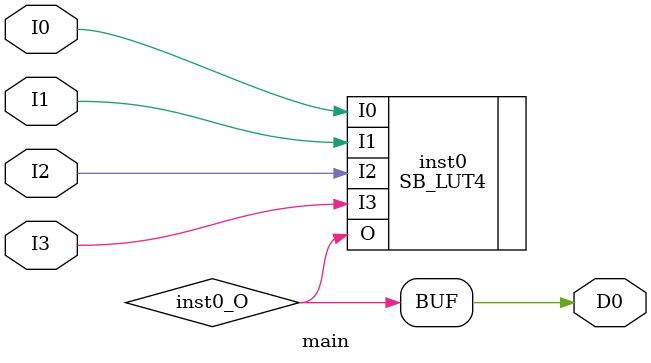
<source format=v>
module main (input  I0, input  I1, input  I2, input  I3, output  D0);
wire  inst0_O;
SB_LUT4 #(.LUT_INIT(16'h8000)) inst0 (.I0(I0), .I1(I1), .I2(I2), .I3(I3), .O(inst0_O));
assign D0 = inst0_O;
endmodule


</source>
